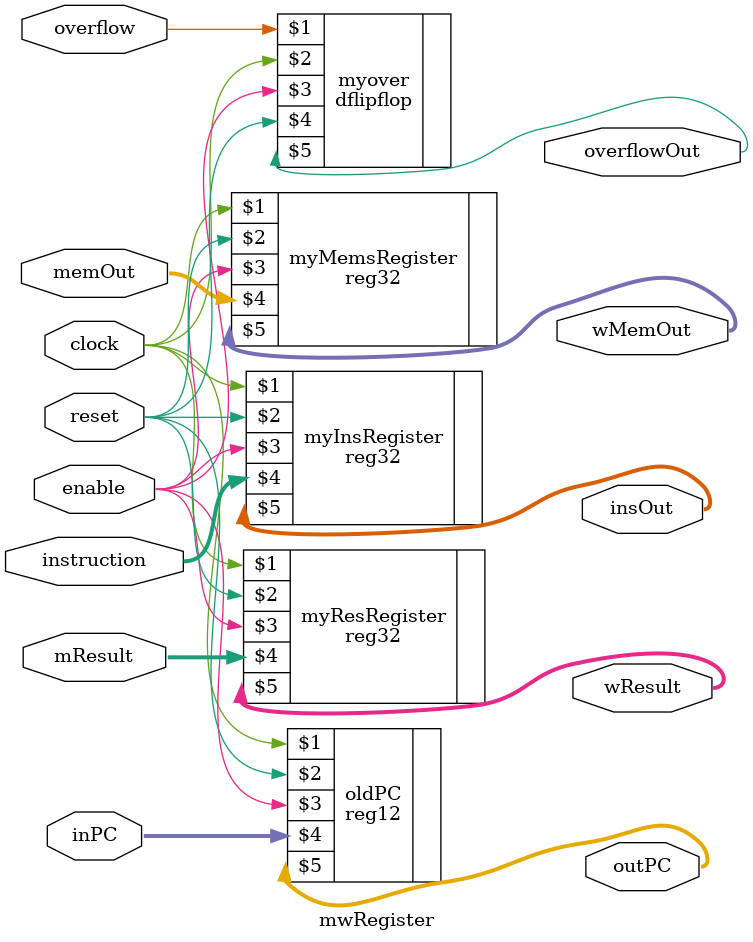
<source format=v>
module fdRegister(clock, reset, enable, instruction, PC, insOut, pcOut); 
		input [31:0] instruction;
		input [11:0] PC;
		input clock, reset, enable; 
		output [31:0] insOut;
		output [11:0] pcOut;
		
		reg12 myPCRegister(clock, reset, enable, PC, pcOut);
		reg32 myInsRegister(clock, reset, enable, instruction, insOut); 

endmodule 

module deRegister(clock, reset, enable, instruction, PC, dataA, dataB, 
						insOut, pcOut, aOut, bOut);
		input [31:0] instruction, dataA, dataB;
		input [11:0] PC;
		input clock, reset, enable; 
		output [31:0] insOut, aOut, bOut;
		output [11:0] pcOut;
		
		reg12 myPCRegister(clock, reset, enable, PC, pcOut);
		reg32 myInsRegister(clock, reset, enable, instruction, insOut);
		reg32 myDataARegister(clock, reset, enable, dataA, aOut);
		reg32 myDataBRegister(clock, reset, enable, dataB, bOut);
		
endmodule 

module emRegister(clock, reset, enable, instruction, result, bReg, lt, eq, overflow, inPC,
						insOut, resultOut, ltOut, eqOut, mybOut, overflowOut, outPC);
		 input [31:0] instruction, result, bReg; 
		 input clock, reset, lt, eq, overflow, enable; 
		 input [11:0] inPC; 
		 output [31:0] insOut, resultOut, mybOut;
		 output [11:0] outPC; 
		 output ltOut, eqOut, overflowOut; 
		 
		 reg32 myInsRegister(clock, reset, enable, instruction, insOut);
		 reg32 myDataARegister(clock, reset, enable, result, resultOut);
		 reg32 myDataBister(clock, reset, enable, bReg, mybOut);
		 dflipflop ltResult(lt, clock, enable, reset, ltOut); 
		 dflipflop eqResult(eq, clock, enable, reset, eqOut); 
		 dflipflop myover(overflow, clock, enable, reset, overflowOut); 
		 reg12 oldPC(clock, reset, enable, inPC, outPC);
		
endmodule 

module mwRegister(clock, reset, enable, instruction, mResult, memOut, overflow, insOut, inPC,
					   wResult, wMemOut, overflowOut, outPC);
		 input [31:0] mResult, memOut, instruction;
		 input clock, reset, overflow, enable;
		 input [11:0] inPC; 
		 output [11:0] outPC;
		 output [31:0] wResult, wMemOut, insOut;
		 output overflowOut; 
		 
		 dflipflop myover(overflow, clock, enable, reset, overflowOut); 
		 reg32 myInsRegister(clock, reset, enable, instruction, insOut);
		 reg32 myResRegister(clock, reset, enable, mResult, wResult);
		 reg32 myMemsRegister(clock, reset, enable, memOut, wMemOut);
		 reg12 oldPC(clock, reset, enable, inPC, outPC);
		 
endmodule 

</source>
